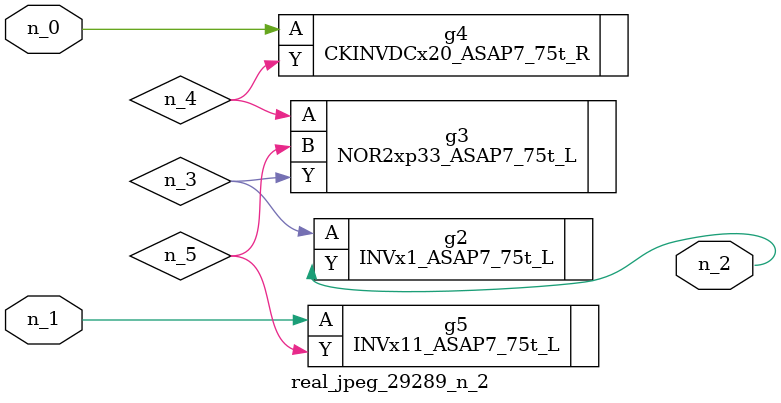
<source format=v>
module real_jpeg_29289_n_2 (n_1, n_0, n_2);

input n_1;
input n_0;

output n_2;

wire n_5;
wire n_4;
wire n_3;

CKINVDCx20_ASAP7_75t_R g4 ( 
.A(n_0),
.Y(n_4)
);

INVx11_ASAP7_75t_L g5 ( 
.A(n_1),
.Y(n_5)
);

INVx1_ASAP7_75t_L g2 ( 
.A(n_3),
.Y(n_2)
);

NOR2xp33_ASAP7_75t_L g3 ( 
.A(n_4),
.B(n_5),
.Y(n_3)
);


endmodule
</source>
